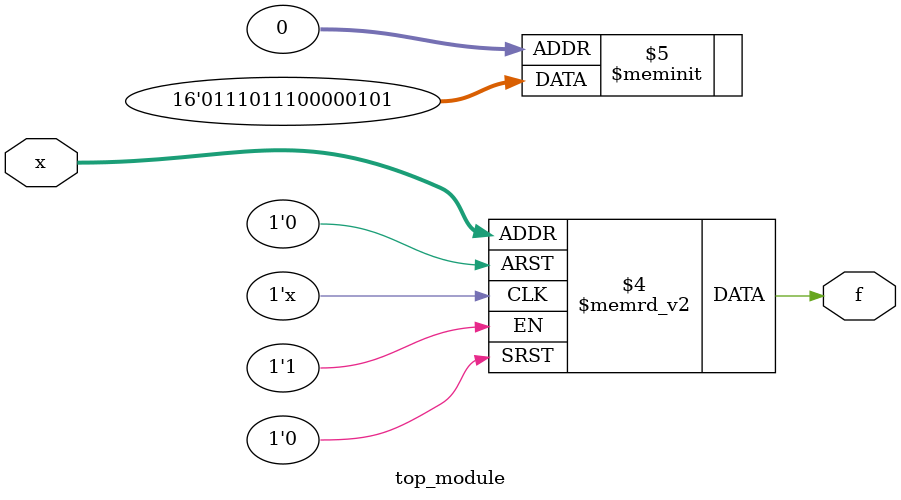
<source format=sv>
module top_module (
    input [4:1] x,
    output logic f
);

    always @(*) begin
        case (x)
            4'b0000: f = 1;
            4'b0001: f = 0;
            4'b0011: f = 0;
            4'b0010: f = 1;
            4'b0100: f = 0;
            4'b0101: f = 0;
            4'b0111: f = 0;
            4'b0110: f = 0;
            4'b1000: f = 1;
            4'b1001: f = 1;
            4'b1011: f = 0;
            4'b1010: f = 1;
            4'b1100: f = 1;
            4'b1101: f = 1;
            4'b1110: f = 1;
            4'b1111: f = 0;
            default: f = 0;  // Default to handle any unexpected case
        endcase
    end

endmodule

</source>
